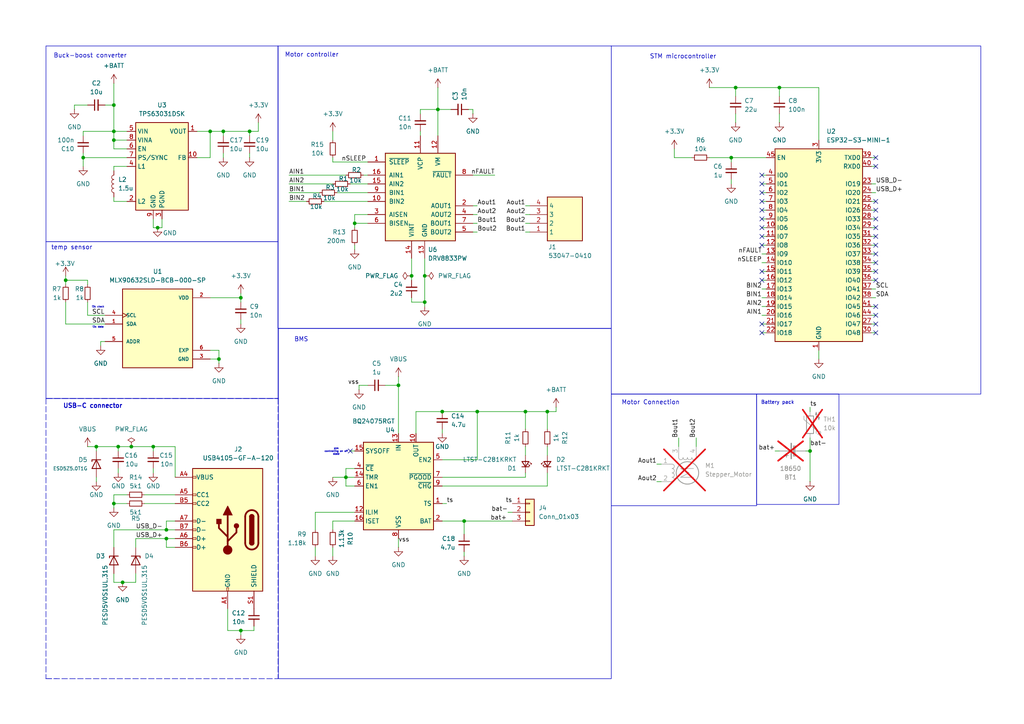
<source format=kicad_sch>
(kicad_sch (version 20231120) (generator "eeschema") (generator_version "8.0")
  (paper "A4")
  (junction (at 69.85 182.88))
  (junction (at 115.57 111.76))
  (junction (at 45.72 66.04))
  (junction (at 60.96 38.1))
  (junction (at 33.02 40.64))
  (junction (at 35.56 168.91))
  (junction (at 123.19 87.63))
  (junction (at 138.43 119.38))
  (junction (at 213.36 25.4))
  (junction (at 33.02 38.1))
  (junction (at 48.26 156.21))
  (junction (at 38.1 129.54))
  (junction (at 44.45 129.54))
  (junction (at 102.87 64.77))
  (junction (at 63.5 104.14))
  (junction (at 234.95 130.81))
  (junction (at 123.19 80.01))
  (junction (at 158.75 119.38))
  (junction (at 226.06 25.4))
  (junction (at 128.27 119.38))
  (junction (at 212.09 45.72))
  (junction (at 69.85 86.36))
  (junction (at 24.13 45.72))
  (junction (at 27.94 129.54))
  (junction (at 48.26 153.67))
  (junction (at 64.77 38.1))
  (junction (at 152.4 119.38))
  (junction (at 19.05 81.28))
  (junction (at 72.39 38.1))
  (junction (at 100.33 138.43))
  (junction (at 33.02 30.48))
  (junction (at 33.02 146.05))
  (junction (at 34.29 129.54))
  (junction (at 127 31.75))
  (junction (at 119.38 80.01))
  (junction (at 134.62 151.13))
  (no_connect (at 254 96.52))
  (no_connect (at 254 48.26))
  (no_connect (at 254 93.98))
  (no_connect (at 220.98 63.5))
  (no_connect (at 220.98 78.74))
  (no_connect (at 220.98 66.04))
  (no_connect (at 220.98 60.96))
  (no_connect (at 220.98 55.88))
  (no_connect (at 220.98 53.34))
  (no_connect (at 254 81.28))
  (no_connect (at 220.98 81.28))
  (no_connect (at 220.98 96.52))
  (no_connect (at 254 91.44))
  (no_connect (at 254 45.72))
  (no_connect (at 254 58.42))
  (no_connect (at 254 73.66))
  (no_connect (at 220.98 71.12))
  (no_connect (at 254 68.58))
  (no_connect (at 254 60.96))
  (no_connect (at 254 63.5))
  (no_connect (at 254 88.9))
  (no_connect (at 220.98 50.8))
  (no_connect (at 254 66.04))
  (no_connect (at 220.98 93.98))
  (no_connect (at 220.98 58.42))
  (no_connect (at 254 78.74))
  (no_connect (at 254 76.2))
  (no_connect (at 220.98 68.58))
  (no_connect (at 254 71.12))
  (no_connect (at 101.6 130.81))
  (wire (pts (xy 119.38 80.01) (xy 119.38 81.28)))
  (wire (pts (xy 64.77 44.45) (xy 64.77 45.72)))
  (wire (pts (xy 121.92 38.1) (xy 121.92 39.37)))
  (wire (pts (xy 128.27 119.38) (xy 138.43 119.38)))
  (wire (pts (xy 50.8 158.75) (xy 48.26 158.75)))
  (wire (pts (xy 83.82 58.42) (xy 88.9 58.42)))
  (wire (pts (xy 252.73 48.26) (xy 254 48.26)))
  (wire (pts (xy 152.4 59.69) (xy 153.67 59.69)))
  (wire (pts (xy 134.62 154.94) (xy 134.62 151.13)))
  (wire (pts (xy 220.98 83.82) (xy 222.25 83.82)))
  (wire (pts (xy 119.38 87.63) (xy 123.19 87.63)))
  (wire (pts (xy 46.99 63.5) (xy 46.99 66.04)))
  (wire (pts (xy 128.27 146.05) (xy 129.54 146.05)))
  (wire (pts (xy 152.4 119.38) (xy 158.75 119.38)))
  (wire (pts (xy 48.26 156.21) (xy 39.37 156.21)))
  (wire (pts (xy 33.02 58.42) (xy 36.83 58.42)))
  (wire (pts (xy 104.14 111.76) (xy 104.14 113.03)))
  (wire (pts (xy 72.39 38.1) (xy 72.39 39.37)))
  (wire (pts (xy 96.52 46.99) (xy 96.52 45.72)))
  (wire (pts (xy 60.96 38.1) (xy 64.77 38.1)))
  (wire (pts (xy 33.02 40.64) (xy 36.83 40.64)))
  (wire (pts (xy 24.13 45.72) (xy 24.13 48.26)))
  (wire (pts (xy 254 68.58) (xy 252.73 68.58)))
  (wire (pts (xy 24.13 44.45) (xy 24.13 45.72)))
  (wire (pts (xy 119.38 86.36) (xy 119.38 87.63)))
  (wire (pts (xy 252.73 91.44) (xy 254 91.44)))
  (wire (pts (xy 220.98 58.42) (xy 222.25 58.42)))
  (polyline (pts (xy 13.335 196.85) (xy 16.51 196.85)) (stroke (width 0) (type dash)))
  (wire (pts (xy 128.27 124.46) (xy 128.27 125.73)))
  (wire (pts (xy 220.98 50.8) (xy 222.25 50.8)))
  (wire (pts (xy 44.45 129.54) (xy 50.8 129.54)))
  (wire (pts (xy 60.96 86.36) (xy 69.85 86.36)))
  (wire (pts (xy 115.57 111.76) (xy 115.57 125.73)))
  (wire (pts (xy 33.02 57.15) (xy 33.02 58.42)))
  (wire (pts (xy 69.85 86.36) (xy 69.85 87.63)))
  (wire (pts (xy 190.5 139.7) (xy 191.77 139.7)))
  (wire (pts (xy 44.45 66.04) (xy 45.72 66.04)))
  (wire (pts (xy 100.33 140.97) (xy 102.87 140.97)))
  (polyline (pts (xy 80.645 115.57) (xy 80.645 196.85)) (stroke (width 0) (type dash)))
  (wire (pts (xy 254 83.82) (xy 252.73 83.82)))
  (wire (pts (xy 254 73.66) (xy 252.73 73.66)))
  (wire (pts (xy 213.36 25.4) (xy 226.06 25.4)))
  (wire (pts (xy 63.5 101.6) (xy 63.5 104.14)))
  (wire (pts (xy 50.8 143.51) (xy 41.91 143.51)))
  (wire (pts (xy 190.5 134.62) (xy 191.77 134.62)))
  (wire (pts (xy 220.98 81.28) (xy 222.25 81.28)))
  (wire (pts (xy 205.74 45.72) (xy 212.09 45.72)))
  (wire (pts (xy 73.66 182.88) (xy 69.85 182.88)))
  (wire (pts (xy 60.96 104.14) (xy 63.5 104.14)))
  (wire (pts (xy 38.1 129.54) (xy 44.45 129.54)))
  (wire (pts (xy 69.85 184.15) (xy 69.85 182.88)))
  (wire (pts (xy 34.29 129.54) (xy 34.29 130.81)))
  (wire (pts (xy 96.52 151.13) (xy 102.87 151.13)))
  (wire (pts (xy 41.91 146.05) (xy 50.8 146.05)))
  (wire (pts (xy 25.4 87.63) (xy 25.4 91.44)))
  (wire (pts (xy 213.36 25.4) (xy 213.36 27.94)))
  (wire (pts (xy 29.21 99.06) (xy 30.48 99.06)))
  (wire (pts (xy 27.94 138.43) (xy 27.94 139.7)))
  (wire (pts (xy 254 81.28) (xy 252.73 81.28)))
  (wire (pts (xy 33.02 168.91) (xy 33.02 166.37)))
  (wire (pts (xy 137.16 62.23) (xy 138.43 62.23)))
  (wire (pts (xy 60.96 101.6) (xy 63.5 101.6)))
  (wire (pts (xy 24.13 38.1) (xy 24.13 39.37)))
  (wire (pts (xy 213.36 33.02) (xy 213.36 35.56)))
  (wire (pts (xy 36.83 146.05) (xy 33.02 146.05)))
  (wire (pts (xy 152.4 62.23) (xy 153.67 62.23)))
  (wire (pts (xy 44.45 63.5) (xy 44.45 66.04)))
  (wire (pts (xy 220.98 66.04) (xy 222.25 66.04)))
  (polyline (pts (xy 13.335 115.57) (xy 13.335 196.85)) (stroke (width 0) (type dash)))
  (wire (pts (xy 48.26 156.21) (xy 50.8 156.21)))
  (wire (pts (xy 137.16 50.8) (xy 143.51 50.8)))
  (wire (pts (xy 158.75 140.97) (xy 158.75 137.16)))
  (wire (pts (xy 96.52 38.1) (xy 96.52 40.64)))
  (wire (pts (xy 212.09 45.72) (xy 222.25 45.72)))
  (wire (pts (xy 121.92 31.75) (xy 121.92 33.02)))
  (wire (pts (xy 34.29 135.89) (xy 34.29 137.16)))
  (polyline (pts (xy 13.335 196.85) (xy 80.645 196.85)) (stroke (width 0) (type dash)))
  (wire (pts (xy 73.66 181.61) (xy 73.66 182.88)))
  (polyline (pts (xy 13.462 115.57) (xy 80.772 115.57)) (stroke (width 0) (type dash)))
  (wire (pts (xy 254 96.52) (xy 252.73 96.52)))
  (wire (pts (xy 220.98 60.96) (xy 222.25 60.96)))
  (wire (pts (xy 147.32 148.59) (xy 148.59 148.59)))
  (wire (pts (xy 101.6 53.34) (xy 106.68 53.34)))
  (wire (pts (xy 123.19 74.93) (xy 123.19 80.01)))
  (wire (pts (xy 252.73 45.72) (xy 254 45.72)))
  (wire (pts (xy 123.19 80.01) (xy 123.19 87.63)))
  (wire (pts (xy 66.04 176.53) (xy 66.04 182.88)))
  (wire (pts (xy 33.02 153.67) (xy 33.02 158.75)))
  (wire (pts (xy 93.98 58.42) (xy 106.68 58.42)))
  (wire (pts (xy 123.19 88.9) (xy 123.19 87.63)))
  (wire (pts (xy 72.39 38.1) (xy 74.93 38.1)))
  (wire (pts (xy 21.59 30.48) (xy 21.59 31.75)))
  (wire (pts (xy 91.44 158.75) (xy 91.44 161.29)))
  (wire (pts (xy 254 66.04) (xy 252.73 66.04)))
  (wire (pts (xy 254 76.2) (xy 252.73 76.2)))
  (wire (pts (xy 212.09 52.07) (xy 212.09 53.34)))
  (wire (pts (xy 137.16 31.75) (xy 137.16 33.02)))
  (wire (pts (xy 102.87 135.89) (xy 100.33 135.89)))
  (wire (pts (xy 152.4 64.77) (xy 153.67 64.77)))
  (wire (pts (xy 134.62 151.13) (xy 148.59 151.13)))
  (wire (pts (xy 158.75 119.38) (xy 158.75 124.46)))
  (wire (pts (xy 111.76 111.76) (xy 115.57 111.76)))
  (wire (pts (xy 137.16 31.75) (xy 135.89 31.75)))
  (wire (pts (xy 83.82 55.88) (xy 92.71 55.88)))
  (wire (pts (xy 152.4 67.31) (xy 153.67 67.31)))
  (wire (pts (xy 161.29 118.11) (xy 161.29 119.38)))
  (wire (pts (xy 100.33 135.89) (xy 100.33 138.43)))
  (wire (pts (xy 233.68 130.81) (xy 234.95 130.81)))
  (wire (pts (xy 152.4 138.43) (xy 152.4 137.16)))
  (wire (pts (xy 48.26 158.75) (xy 48.26 156.21)))
  (wire (pts (xy 254 78.74) (xy 252.73 78.74)))
  (wire (pts (xy 102.87 64.77) (xy 102.87 66.04)))
  (wire (pts (xy 128.27 138.43) (xy 152.4 138.43)))
  (wire (pts (xy 220.98 73.66) (xy 222.25 73.66)))
  (wire (pts (xy 106.68 62.23) (xy 102.87 62.23)))
  (wire (pts (xy 254 63.5) (xy 252.73 63.5)))
  (wire (pts (xy 64.77 38.1) (xy 64.77 39.37)))
  (wire (pts (xy 21.59 30.48) (xy 25.4 30.48)))
  (wire (pts (xy 226.06 25.4) (xy 237.49 25.4)))
  (wire (pts (xy 57.15 45.72) (xy 60.96 45.72)))
  (wire (pts (xy 48.26 153.67) (xy 48.26 151.13)))
  (wire (pts (xy 127 31.75) (xy 127 25.4)))
  (wire (pts (xy 120.65 125.73) (xy 120.65 119.38)))
  (wire (pts (xy 34.29 129.54) (xy 38.1 129.54)))
  (wire (pts (xy 33.02 143.51) (xy 33.02 146.05)))
  (wire (pts (xy 19.05 87.63) (xy 19.05 93.98)))
  (wire (pts (xy 39.37 156.21) (xy 39.37 158.75)))
  (wire (pts (xy 100.33 138.43) (xy 100.33 140.97)))
  (wire (pts (xy 25.4 82.55) (xy 25.4 81.28)))
  (wire (pts (xy 226.06 130.81) (xy 224.79 130.81)))
  (wire (pts (xy 36.83 48.26) (xy 33.02 48.26)))
  (wire (pts (xy 220.98 63.5) (xy 222.25 63.5)))
  (wire (pts (xy 50.8 153.67) (xy 48.26 153.67)))
  (wire (pts (xy 220.98 71.12) (xy 222.25 71.12)))
  (wire (pts (xy 137.16 64.77) (xy 138.43 64.77)))
  (wire (pts (xy 205.74 25.4) (xy 213.36 25.4)))
  (wire (pts (xy 115.57 109.22) (xy 115.57 111.76)))
  (wire (pts (xy 234.95 130.81) (xy 234.95 139.7)))
  (wire (pts (xy 220.98 53.34) (xy 222.25 53.34)))
  (wire (pts (xy 152.4 132.08) (xy 152.4 129.54)))
  (wire (pts (xy 115.57 156.21) (xy 115.57 158.75)))
  (wire (pts (xy 24.13 45.72) (xy 36.83 45.72)))
  (wire (pts (xy 30.48 30.48) (xy 33.02 30.48)))
  (wire (pts (xy 19.05 93.98) (xy 30.48 93.98)))
  (wire (pts (xy 63.5 104.14) (xy 63.5 105.41)))
  (wire (pts (xy 19.05 81.28) (xy 19.05 82.55)))
  (wire (pts (xy 102.87 62.23) (xy 102.87 64.77)))
  (wire (pts (xy 83.82 50.8) (xy 100.33 50.8)))
  (wire (pts (xy 127 31.75) (xy 121.92 31.75)))
  (wire (pts (xy 254 93.98) (xy 252.73 93.98)))
  (wire (pts (xy 137.16 59.69) (xy 138.43 59.69)))
  (wire (pts (xy 102.87 71.12) (xy 102.87 72.39)))
  (wire (pts (xy 128.27 140.97) (xy 158.75 140.97)))
  (wire (pts (xy 220.98 76.2) (xy 222.25 76.2)))
  (wire (pts (xy 128.27 133.35) (xy 138.43 133.35)))
  (wire (pts (xy 83.82 53.34) (xy 96.52 53.34)))
  (wire (pts (xy 137.16 67.31) (xy 138.43 67.31)))
  (wire (pts (xy 27.94 129.54) (xy 34.29 129.54)))
  (wire (pts (xy 69.85 85.09) (xy 69.85 86.36)))
  (wire (pts (xy 196.85 127) (xy 196.85 129.54)))
  (wire (pts (xy 48.26 151.13) (xy 50.8 151.13)))
  (wire (pts (xy 195.58 45.72) (xy 195.58 43.18)))
  (wire (pts (xy 200.66 45.72) (xy 195.58 45.72)))
  (wire (pts (xy 60.96 45.72) (xy 60.96 38.1)))
  (wire (pts (xy 19.05 80.01) (xy 19.05 81.28)))
  (wire (pts (xy 33.02 48.26) (xy 33.02 49.53)))
  (wire (pts (xy 100.33 138.43) (xy 102.87 138.43)))
  (wire (pts (xy 127 39.37) (xy 127 31.75)))
  (wire (pts (xy 220.98 55.88) (xy 222.25 55.88)))
  (wire (pts (xy 39.37 168.91) (xy 39.37 166.37)))
  (wire (pts (xy 66.04 182.88) (xy 69.85 182.88)))
  (wire (pts (xy 25.4 129.54) (xy 27.94 129.54)))
  (wire (pts (xy 134.62 151.13) (xy 128.27 151.13)))
  (wire (pts (xy 36.83 143.51) (xy 33.02 143.51)))
  (wire (pts (xy 226.06 33.02) (xy 226.06 35.56)))
  (wire (pts (xy 105.41 50.8) (xy 106.68 50.8)))
  (wire (pts (xy 36.83 38.1) (xy 33.02 38.1)))
  (wire (pts (xy 152.4 119.38) (xy 152.4 124.46)))
  (wire (pts (xy 254 88.9) (xy 252.73 88.9)))
  (wire (pts (xy 64.77 38.1) (xy 72.39 38.1)))
  (wire (pts (xy 106.68 111.76) (xy 104.14 111.76)))
  (wire (pts (xy 96.52 158.75) (xy 96.52 161.29)))
  (wire (pts (xy 24.13 38.1) (xy 33.02 38.1)))
  (wire (pts (xy 158.75 119.38) (xy 161.29 119.38)))
  (wire (pts (xy 252.73 53.34) (xy 254 53.34)))
  (wire (pts (xy 44.45 130.81) (xy 44.45 129.54)))
  (wire (pts (xy 29.21 100.33) (xy 29.21 99.06)))
  (wire (pts (xy 33.02 24.13) (xy 33.02 30.48)))
  (wire (pts (xy 220.98 96.52) (xy 222.25 96.52)))
  (wire (pts (xy 100.33 138.43) (xy 96.52 138.43)))
  (wire (pts (xy 96.52 46.99) (xy 106.68 46.99)))
  (wire (pts (xy 252.73 58.42) (xy 254 58.42)))
  (wire (pts (xy 234.95 130.81) (xy 234.95 127)))
  (wire (pts (xy 158.75 132.08) (xy 158.75 129.54)))
  (wire (pts (xy 102.87 64.77) (xy 106.68 64.77)))
  (wire (pts (xy 46.99 66.04) (xy 45.72 66.04)))
  (wire (pts (xy 138.43 119.38) (xy 152.4 119.38)))
  (wire (pts (xy 25.4 91.44) (xy 30.48 91.44)))
  (wire (pts (xy 96.52 151.13) (xy 96.52 153.67)))
  (wire (pts (xy 237.49 101.6) (xy 237.49 104.14)))
  (wire (pts (xy 220.98 93.98) (xy 222.25 93.98)))
  (wire (pts (xy 33.02 38.1) (xy 33.02 40.64)))
  (wire (pts (xy 127 31.75) (xy 130.81 31.75)))
  (wire (pts (xy 74.93 38.1) (xy 74.93 35.56)))
  (wire (pts (xy 220.98 86.36) (xy 222.25 86.36)))
  (wire (pts (xy 33.02 147.32) (xy 33.02 146.05)))
  (wire (pts (xy 27.94 129.54) (xy 27.94 130.81)))
  (wire (pts (xy 254 86.36) (xy 252.73 86.36)))
  (wire (pts (xy 237.49 25.4) (xy 237.49 40.64)))
  (wire (pts (xy 33.02 43.18) (xy 36.83 43.18)))
  (wire (pts (xy 44.45 137.16) (xy 44.45 135.89)))
  (wire (pts (xy 220.98 91.44) (xy 222.25 91.44)))
  (wire (pts (xy 19.05 81.28) (xy 25.4 81.28)))
  (wire (pts (xy 220.98 88.9) (xy 222.25 88.9)))
  (wire (pts (xy 120.65 119.38) (xy 128.27 119.38)))
  (wire (pts (xy 91.44 148.59) (xy 91.44 153.67)))
  (wire (pts (xy 50.8 129.54) (xy 50.8 138.43)))
  (wire (pts (xy 72.39 44.45) (xy 72.39 45.72)))
  (wire (pts (xy 138.43 119.38) (xy 138.43 133.35)))
  (wire (pts (xy 69.85 92.71) (xy 69.85 93.98)))
  (wire (pts (xy 234.95 118.11) (xy 234.95 119.38)))
  (wire (pts (xy 254 71.12) (xy 252.73 71.12)))
  (wire (pts (xy 201.93 127) (xy 201.93 129.54)))
  (wire (pts (xy 212.09 46.99) (xy 212.09 45.72)))
  (wire (pts (xy 220.98 78.74) (xy 222.25 78.74)))
  (wire (pts (xy 252.73 55.88) (xy 254 55.88)))
  (wire (pts (xy 134.62 160.02) (xy 134.62 161.29)))
  (wire (pts (xy 33.02 153.67) (xy 48.26 153.67)))
  (wire (pts (xy 97.79 55.88) (xy 106.68 55.88)))
  (wire (pts (xy 33.02 30.48) (xy 33.02 38.1)))
  (wire (pts (xy 102.87 148.59) (xy 91.44 148.59)))
  (wire (pts (xy 119.38 74.93) (xy 119.38 80.01)))
  (wire (pts (xy 35.56 168.91) (xy 33.02 168.91)))
  (wire (pts (xy 33.02 40.64) (xy 33.02 43.18)))
  (wire (pts (xy 101.6 130.81) (xy 102.87 130.81)))
  (wire (pts (xy 254 60.96) (xy 252.73 60.96)))
  (wire (pts (xy 220.98 68.58) (xy 222.25 68.58)))
  (wire (pts (xy 57.15 38.1) (xy 60.96 38.1)))
  (wire (pts (xy 35.56 168.91) (xy 39.37 168.91)))
  (wire (pts (xy 226.06 25.4) (xy 226.06 27.94)))
  (rectangle (start 177.292 114.3) (end 219.456 146.685))
  (rectangle (start 13.335 13.335) (end 80.645 70.104))
  (rectangle (start 177.292 13.335) (end 284.48 114.3))
  (rectangle (start 13.335 70.104) (end 80.645 115.57))
  (rectangle (start 80.772 95.25) (end 177.292 196.85))
  (rectangle (start 80.645 13.335) (end 177.292 95.25))
  (rectangle (start 219.456 114.3) (end 243.332 146.304))
  (text "temp sensor" (at 20.828 71.882 0) (effects (font (size 1.27 1.27))))
  (text "BMS" (at 87.376 98.552 0) (effects (font (size 1.27 1.27))))
  (text "STM microcontroller" (at 198.12 16.51 0) (effects (font (size 1.27 1.27))))
  (text "i2c data" (at 28.448 94.996 0) (effects (font (size 0.5 0.5))))
  (text "Motor Connection" (at 188.722 116.84 0) (effects (font (size 1.27 1.27))))
  (text "USB-C connector" (at 26.924 117.856 0) (effects (font (size 1.27 1.27) (bold yes))))
  (text "stm\ncontrolling on off\nstate\n" (at 97.536 131.064 0) (effects (font (size 0.5 0.5))))
  (text "Motor controller" (at 90.424 16.002 0) (effects (font (size 1.27 1.27))))
  (text "Battery pack" (at 225.552 116.84 0) (effects (font (size 1 1))))
  (text "i2c clock" (at 28.448 89.154 0) (effects (font (size 0.5 0.5))))
  (text "Buck-boost converter" (at 26.162 16.256 0) (effects (font (size 1.27 1.27))))
  (label "USB_D+" (at 39.37 156.21 0))
  (label "Bout2" (at 138.43 67.31 0))
  (label "AIN1" (at 83.82 50.8 0))
  (label "USB_D+" (at 254 55.88 0))
  (label "AIN1" (at 220.98 91.44 180))
  (label "SDA" (at 26.67 93.98 0))
  (label "AIN2" (at 220.98 88.9 180))
  (label "bat-" (at 147.32 148.59 180))
  (label "Aout1" (at 138.43 59.69 0))
  (label "Aout1" (at 190.5 134.62 180))
  (label "BIN2" (at 220.98 83.82 180))
  (label "Bout2" (at 201.93 127 90))
  (label "bat-" (at 234.95 129.54 0))
  (label "nFAULT" (at 220.98 73.66 180))
  (label "bat+" (at 142.24 151.13 0))
  (label "ts" (at 148.59 146.05 180))
  (label "BIN2" (at 83.82 58.42 0))
  (label "Aout2" (at 152.4 62.23 180))
  (label "nSLEEP" (at 220.98 76.2 180))
  (label "Aout2" (at 138.43 62.23 0))
  (label "SCL" (at 26.67 91.44 0))
  (label "ts" (at 129.54 146.05 0))
  (label "Aout2" (at 190.5 139.7 180))
  (label "Bout1" (at 138.43 64.77 0))
  (label "vss" (at 104.14 111.76 180))
  (label "SCL" (at 254 83.82 0))
  (label "nSLEEP" (at 99.06 46.99 0))
  (label "ts" (at 234.95 118.11 0))
  (label "Aout1" (at 152.4 59.69 180))
  (label "SDA" (at 254 86.36 0))
  (label "Bout1" (at 152.4 67.31 180))
  (label "USB_D-" (at 254 53.34 0))
  (label "USB_D-" (at 39.37 153.67 0))
  (label "BIN1" (at 220.98 86.36 180))
  (label "Bout2" (at 152.4 64.77 180))
  (label "AIN2" (at 83.82 53.34 0))
  (label "bat+" (at 224.79 130.81 180))
  (label "vss" (at 115.57 157.48 0))
  (label "nFAULT" (at 143.51 50.8 180))
  (label "BIN1" (at 83.82 55.88 0))
  (label "Bout1" (at 196.85 127 90))
  (symbol (lib_id "Device:C_Small") (at 64.77 41.91 180) (unit 1)
    (property "Reference" "C17" (at 66.548 40.64 0) (effects (justify right)))
    (property "Value" "10u" (at 66.548 43.18 0) (effects (justify right)))
    (property "Footprint" "Capacitor_SMD:C_0402_1005Metric" (effects (hide yes)))
    (property "Description" "GRM155R60J106ME05D" (effects (hide yes)))
  )
  (symbol (lib_id "power:VBUS") (at 25.4 129.54 0) (unit 1)
    (property "Reference" "#PWR023" (effects (hide yes)))
    (property "Value" "VBUS" (at 25.4 124.46 0))
    (property "Description" "Power symbol creates a global label with name \"VBUS\"" (effects (hide yes)))
  )
  (symbol (lib_id "power:VBUS") (at 115.57 109.22 0) (unit 1)
    (property "Reference" "#PWR029" (effects (hide yes)))
    (property "Value" "VBUS" (at 115.57 104.14 0))
    (property "Description" "Power symbol creates a global label with name \"VBUS\"" (effects (hide yes)))
  )
  (symbol (lib_id "power:+3.3V") (at 205.74 25.4 0) (unit 1)
    (property "Reference" "#PWR013" (effects (hide yes)))
    (property "Value" "+3.3V" (at 205.74 20.32 0))
    (property "Description" "Power symbol creates a global label with name \"+3.3V\"" (effects (hide yes)))
  )
  (symbol (lib_id "power:GND") (at 21.59 31.75 0) (unit 1)
    (property "Reference" "#PWR08" (effects (hide yes)))
    (property "Value" "GND" (at 21.59 36.83 0))
    (property "Description" "Power symbol creates a global label with name \"GND\" , ground" (effects (hide yes)))
  )
  (symbol (lib_id "power:GND") (at 226.06 35.56 0) (unit 1)
    (property "Reference" "#PWR014" (effects (hide yes)))
    (property "Value" "GND" (at 226.06 40.64 0))
  )
  (symbol (lib_id "power:GND") (at 96.52 161.29 0) (unit 1)
    (property "Reference" "#PWR027" (effects (hide yes)))
    (property "Value" "GND" (at 96.52 166.37 0))
    (property "Description" "Power symbol creates a global label with name \"GND\" , ground" (effects (hide yes)))
  )
  (symbol (lib_id "Device:R_Small") (at 95.25 55.88 90) (unit 1)
    (property "Reference" "R3" (at 95.758 54.356 90))
    (property "Value" "10k" (at 95.504 57.404 90))
    (property "Footprint" "Resistor_SMD:R_0402_1005Metric" (effects (hide yes)))
    (property "Description" "Resistor, small symbol" (effects (hide yes)))
  )
  (symbol (lib_id "Device:R_Small") (at 39.37 146.05 270) (unit 1)
    (property "Reference" "R5" (at 39.37 150.368 90))
    (property "Value" "5k1" (at 39.37 148.59 90))
    (property "Footprint" "Resistor_SMD:R_0402_1005Metric" (effects (hide yes)))
    (property "Description" "Resistor, small symbol" (effects (hide yes)))
  )
  (symbol (lib_id "power:GND") (at 72.39 45.72 0) (unit 1)
    (property "Reference" "#PWR040" (effects (hide yes)))
    (property "Value" "GND" (at 72.39 50.8 0))
    (property "Description" "Power symbol creates a global label with name \"GND\" , ground" (effects (hide yes)))
  )
  (symbol (lib_id "power:GND") (at 123.19 88.9 0) (unit 1)
    (property "Reference" "#PWR07" (effects (hide yes)))
    (property "Value" "GND" (at 123.19 93.98 0))
    (property "Description" "Power symbol creates a global label with name \"GND\" , ground" (effects (hide yes)))
  )
  (symbol (lib_id "Device:R_Small") (at 158.75 127 0) (unit 1)
    (property "Reference" "R12" (at 163.83 127 90))
    (property "Value" "1k" (at 161.29 127 90))
    (property "Footprint" "Resistor_SMD:R_0402_1005Metric" (effects (hide yes)))
    (property "Description" "Resistor, small symbol" (effects (hide yes)))
  )
  (symbol (lib_id "power:GND") (at 128.27 125.73 0) (unit 1)
    (property "Reference" "#PWR035" (effects (hide yes)))
    (property "Value" "GND" (at 128.27 129.54 0))
    (property "Description" "Power symbol creates a global label with name \"GND\" , ground" (effects (hide yes)))
  )
  (symbol (lib_id "Device:C_Small") (at 119.38 83.82 0) (mirror x) (unit 1)
    (property "Reference" "C4" (at 116.84 82.5435 0) (effects (justify right)))
    (property "Value" "2u2" (at 116.84 85.0835 0) (effects (justify right)))
    (property "Footprint" "Capacitor_SMD:C_0603_1608Metric" (effects (hide yes)))
    (property "Description" "Unpolarized capacitor, small symbol" (effects (hide yes)))
    (property "m" "https://www.mouser.pl/ProductDetail/KYOCERA-AVX/06036D225KAT2A?qs=QGOJv7%2F0yhQvTu8CLzjamA%3D%3D" (effects (hide yes)))
    (property "model" "06036D225KAT2A" (effects (hide yes)))
  )
  (symbol (lib_id "Device:R_Small") (at 91.44 156.21 0) (mirror y) (unit 1)
    (property "Reference" "R9" (at 88.9 154.9399 0) (effects (justify left)))
    (property "Value" "1.18k" (at 88.9 157.4799 0) (effects (justify left)))
    (property "Footprint" "Resistor_SMD:R_0402_1005Metric" (effects (hide yes)))
    (property "Description" "Resistor, small symbol" (effects (hide yes)))
  )
  (symbol (lib_id "Device:R_Small") (at 96.52 43.18 0) (unit 1)
    (property "Reference" "R15" (at 93.98 41.9099 0) (effects (justify right)))
    (property "Value" "10k" (at 93.98 44.4499 0) (effects (justify right)))
    (property "Footprint" "Resistor_SMD:R_0402_1005Metric" (effects (hide yes)))
    (property "Description" "Resistor, small symbol" (effects (hide yes)))
  )
  (symbol (lib_id "Device:R_Small") (at 102.87 50.8 90) (unit 1)
    (property "Reference" "R2" (at 103.378 49.276 90))
    (property "Value" "10k" (at 103.124 52.324 90))
    (property "Footprint" "Resistor_SMD:R_0402_1005Metric" (effects (hide yes)))
    (property "Description" "Resistor, small symbol" (effects (hide yes)))
  )
  (symbol (lib_id "Diode:ESD5Zxx") (at 27.94 134.62 90) (mirror x) (unit 1)
    (property "Reference" "D5" (at 25.4 133.3499 90) (effects (justify left)))
    (property "Value" "ESD5Z5.0T1G" (at 25.4 135.8899 90) (effects (font (size 1 1)) (justify left)))
    (property "Footprint" "Diode_SMD:D_SOD-523" (effects (hide yes)))
    (property "Datasheet" "https://www.onsemi.com/PowerSolutions/product.do?id=ESD5Z5.0T1G" (effects (hide yes)))
    (property "Description" "ESD Protection Diode, SOD-523" (effects (hide yes)))
  )
  (symbol (lib_id "power:GND") (at 237.49 104.14 0) (unit 1)
    (property "Reference" "#PWR04" (effects (hide yes)))
    (property "Value" "GND" (at 237.49 109.22 0))
    (property "Description" "Power symbol creates a global label with name \"GND\" , ground" (effects (hide yes)))
  )
  (symbol (lib_id "Device:C_Small") (at 34.29 133.35 0) (unit 1)
    (property "Reference" "C16" (at 36.068 132.08 0) (effects (justify left)))
    (property "Value" "10u" (at 36.322 134.62 0) (effects (justify left)))
    (property "Footprint" "Capacitor_SMD:C_0603_1608Metric" (effects (hide yes)))
    (property "Description" "Unpolarized capacitor, small symbol" (effects (hide yes)))
  )
  (symbol (lib_id "power:GND") (at 63.5 105.41 0) (unit 1)
    (property "Reference" "#PWR016" (effects (hide yes)))
    (property "Value" "GND" (at 63.5 110.49 0))
    (property "Description" "Power symbol creates a global label with name \"GND\" , ground" (effects (hide yes)))
  )
  (symbol (lib_id "power:+BATT") (at 127 25.4 0) (unit 1)
    (property "Reference" "#PWR010" (effects (hide yes)))
    (property "Value" "+BATT" (at 127 20.32 0))
    (property "Description" "Power symbol creates a global label with name \"+BATT\"" (effects (hide yes)))
  )
  (symbol (lib_id "power:+BATT") (at 33.02 24.13 0) (unit 1)
    (property "Reference" "#PWR09" (effects (hide yes)))
    (property "Value" "+BATT" (at 33.02 19.05 0))
    (property "Description" "Power symbol creates a global label with name \"+BATT\"" (effects (hide yes)))
  )
  (symbol (lib_id "power:+3.3V") (at 69.85 85.09 0) (unit 1)
    (property "Reference" "#PWR017" (effects (hide yes)))
    (property "Value" "+3.3V" (at 69.85 80.01 0))
    (property "Description" "Power symbol creates a global label with name \"+3.3V\"" (effects (hide yes)))
  )
  (symbol (lib_id "Battery_Management:BQ24075RGT") (at 115.57 140.97 0) (unit 1)
    (property "Reference" "U4" (at 114.554 124.714 0) (effects (justify right)))
    (property "Value" "BQ24075RGT" (at 114.554 122.174 0) (effects (justify right)))
    (property "Footprint" "Package_DFN_QFN:VQFN-16-1EP_3x3mm_P0.5mm_EP1.6x1.6mm" (effects (hide yes)))
    (property "Datasheet" "http://www.ti.com/lit/ds/symlink/bq24075.pdf" (effects (hide yes)))
    (property "Description" "USB-Friendly Li-Ion Battery Charger and Power-Path Management, VQFN-16" (effects (hide yes)))
  )
  (symbol (lib_id "power:GND") (at 102.87 72.39 0) (unit 1)
    (property "Reference" "#PWR05" (effects (hide yes)))
    (property "Value" "GND" (at 102.87 77.47 0))
    (property "Description" "Power symbol creates a global label with name \"GND\" , ground" (effects (hide yes)))
  )
  (symbol (lib_id "power:GND") (at 234.95 139.7 0) (unit 1)
    (property "Reference" "#PWR037" (effects (hide yes)))
    (property "Value" "GND" (at 234.95 144.78 0))
    (property "Description" "Power symbol creates a global label with name \"GND\" , ground" (effects (hide yes)))
  )
  (symbol (lib_name "GND_3") (lib_id "power:GND") (at 33.02 147.32 0) (unit 1)
    (property "Reference" "#PWR011" (effects (hide yes)))
    (property "Value" "GND" (at 33.02 152.4 0))
    (property "Description" "Power symbol creates a global label with name \"GND\" , ground" (effects (hide yes)))
  )
  (symbol (lib_id "Device:R_Small") (at 96.52 156.21 0) (mirror x) (unit 1)
    (property "Reference" "R10" (at 101.6 156.21 90))
    (property "Value" "1.13k" (at 99.06 156.21 90))
    (property "Footprint" "Resistor_SMD:R_0402_1005Metric" (effects (hide yes)))
    (property "Description" "Resistor, small symbol" (effects (hide yes)))
  )
  (symbol (lib_id "Device:Thermistor_NTC") (at 234.95 123.19 180) (unit 1) (on_board no) (dnp yes)
    (property "Reference" "TH1" (at 238.76 121.6024 0) (effects (justify right)))
    (property "Value" "10k" (at 238.76 124.1424 0) (effects (justify right)))
    (property "Description" "Temperature dependent resistor, negative temperature coefficient" (effects (hide yes)))
  )
  (symbol (lib_id "MLX90632SLD-BCB-000-SP:MLX90632SLD-BCB-000-SP") (at 45.72 93.98 0) (unit 1)
    (property "Reference" "U1" (at 45.72 78.74 0))
    (property "Value" "MLX90632SLD-BCB-000-SP" (at 45.72 81.28 0))
    (property "Footprint" "MLX90632:IC_MLX90632SLD-BCB-000-SP" (effects (hide yes)))
    (property "Datasheet" "https://media.melexis.com/-/media/files/documents/datasheets/MLX90632-datasheet-melexis.pdf" (effects (hide yes)))
    (property "MF" "Melexis" (effects (hide yes)))
    (property "MAXIMUM_PACKAGE_HEIGHT" "1.0mm" (effects (hide yes)))
    (property "Package" "SFN-6 Melexis" (effects (hide yes)))
    (property "Price" "None" (effects (hide yes)))
    (property "Check_prices" "https://www.snapeda.com/parts/MLX90632SLDBCB000SP/Melexis/view-part/?ref=eda" (effects (hide yes)))
    (property "STANDARD" "Manufacturer Recommendations" (effects (hide yes)))
    (property "PARTREV" "12" (effects (hide yes)))
    (property "SnapEDA_Link" "https://www.snapeda.com/parts/MLX90632SLDBCB000SP/Melexis/view-part/?ref=snap" (effects (hide yes)))
    (property "MP" "MLX90632SLDBCB000SP" (effects (hide yes)))
    (property "Description_1" "\n                        \n                            MLX90632 Series 3 to 3.6 V 1 mA Surface Mount FIR Sensor - SFN-5 (3x3)\n                        \n" (effects (hide yes)))
    (property "Availability" "In Stock" (effects (hide yes)))
    (property "MANUFACTURER" "Melexis" (effects (hide yes)))
  )
  (symbol (lib_id "power:GND") (at 24.13 48.26 0) (unit 1)
    (property "Reference" "#PWR026" (effects (hide yes)))
    (property "Value" "GND" (at 24.13 53.34 0))
    (property "Description" "Power symbol creates a global label with name \"GND\" , ground" (effects (hide yes)))
  )
  (symbol (lib_id "Device:R_Small") (at 203.2 45.72 90) (unit 1)
    (property "Reference" "R6" (at 203.2 40.64 90))
    (property "Value" "10k" (at 203.2 43.18 90))
    (property "Footprint" "Resistor_SMD:R_0402_1005Metric" (effects (hide yes)))
    (property "Description" "Resistor, small symbol" (effects (hide yes)))
  )
  (symbol (lib_id "Device:C_Small") (at 212.09 49.53 0) (mirror y) (unit 1)
    (property "Reference" "C6" (at 209.55 48.2662 0) (effects (justify left)))
    (property "Value" "1u" (at 209.55 50.8062 0) (effects (justify left)))
    (property "Footprint" "Capacitor_SMD:C_0402_1005Metric" (effects (hide yes)))
    (property "Description" "Unpolarized capacitor, small symbol" (effects (hide yes)))
  )
  (symbol (lib_id "Device:C_Small") (at 73.66 179.07 0) (unit 1)
    (property "Reference" "C12" (at 71.12 177.8062 0) (effects (justify right)))
    (property "Value" "10n" (at 71.12 180.3462 0) (effects (justify right)))
    (property "Footprint" "Capacitor_SMD:C_0603_1608Metric" (effects (hide yes)))
    (property "Description" "Unpolarized capacitor, small symbol" (effects (hide yes)))
  )
  (symbol (lib_id "Diode:ESD5Zxx") (at 39.37 162.56 270) (unit 1)
    (property "Reference" "D4" (at 41.91 161.2899 90) (effects (justify left)))
    (property "Value" "PESD5V0S1UL,315" (at 41.91 163.8299 0) (effects (justify left)))
    (property "Footprint" "Diode_SMD:D_SOD-523" (effects (hide yes)))
    (property "Datasheet" "https://www.onsemi.com/pdf/datasheet/esd5z2.5t1-d.pdf" (effects (hide yes)))
    (property "Description" "ESD Protection Diode, SOD-523" (effects (hide yes)))
  )
  (symbol (lib_id "Device:LED_Small") (at 158.75 134.62 90) (unit 1)
    (property "Reference" "D2" (at 161.29 133.2864 90) (effects (justify right)))
    (property "Value" "LTST-C281KRKT" (at 161.29 135.8264 90) (effects (justify right)))
    (property "Footprint" "LED_SMD:LED_0402_1005Metric" (effects (hide yes)))
    (property "Description" "Light emitting diode, small symbol" (effects (hide yes)))
  )
  (symbol (lib_id "RF_Module:ESP32-S3-MINI-1") (at 237.49 71.12 0) (unit 1)
    (property "Reference" "U2" (at 239.6841 38.1 0) (effects (justify left)))
    (property "Value" "ESP32-S3-MINI-1" (at 239.6841 40.64 0) (effects (justify left)))
    (property "Footprint" "RF_Module:ESP32-S2-MINI-1" (effects (hide yes)))
    (property "Datasheet" "https://www.espressif.com/sites/default/files/documentation/esp32-s3-mini-1_mini-1u_datasheet_en.pdf" (effects (hide yes)))
    (property "Description" "RF Module, ESP32-S3 SoC, Wi-Fi 802.11b/g/n, Bluetooth, BLE, 32-bit, 3.3V, SMD, onboard antenna" (effects (hide yes)))
  )
  (symbol (lib_id "power:GND") (at 64.77 45.72 0) (unit 1)
    (property "Reference" "#PWR039" (effects (hide yes)))
    (property "Value" "GND" (at 64.77 50.8 0))
    (property "Description" "Power symbol creates a global label with name \"GND\" , ground" (effects (hide yes)))
  )
  (symbol (lib_id "Device:R_Small") (at 39.37 143.51 270) (mirror x) (unit 1)
    (property "Reference" "R14" (at 39.37 138.43 90))
    (property "Value" "5k1" (at 39.37 140.97 90))
    (property "Footprint" "Resistor_SMD:R_0402_1005Metric" (effects (hide yes)))
    (property "Description" "Resistor, small symbol" (effects (hide yes)))
  )
  (symbol (lib_id "Device:LED_Small") (at 152.4 134.62 270) (mirror x) (unit 1)
    (property "Reference" "D1" (at 149.86 135.8266 90) (effects (justify right)))
    (property "Value" "LTST-C281KRKT" (at 149.86 133.2866 90) (effects (justify right)))
    (property "Footprint" "LED_SMD:LED_0402_1005Metric" (effects (hide yes)))
    (property "Description" "Light emitting diode, small symbol" (effects (hide yes)))
  )
  (symbol (lib_id "Device:Battery_Cell") (at 231.14 130.81 90) (mirror x) (unit 1) (exclude_from_sim yes) (on_board no) (dnp yes)
    (property "Reference" "BT1" (at 229.2985 138.43 90))
    (property "Value" "18650" (at 229.2985 135.89 90))
    (property "Description" "Single-cell battery" (effects (hide yes)))
  )
  (symbol (lib_id "Connector:USB_C_Receptacle_USB2.0_14P") (at 66.04 153.67 0) (mirror y) (unit 1)
    (property "Reference" "J2" (at 69.088 130.302 0))
    (property "Value" "USB4105-GF-A-120" (at 69.088 132.842 0))
    (property "Footprint" "Connector_USB:USB_C_Receptacle_GCT_USB4105-xx-A_16P_TopMnt_Horizontal" (effects (hide yes)))
    (property "Datasheet" "https://www.usb.org/sites/default/files/documents/usb_type-c.zip" (effects (hide yes)))
    (property "Description" "USB 2.0-only 14P Type-C Receptacle connector" (effects (hide yes)))
    (property "m" "https://www.mouser.pl/ProductDetail/GCT/USB4105-GF-A-120?qs=QNEnbhJQKva%252Bjxw%2FpEjDhQ%3D%3D" (effects (hide yes)))
  )
  (symbol (lib_id "power:PWR_FLAG") (at 119.38 80.01 90) (unit 1)
    (property "Reference" "#FLG01" (effects (hide yes)))
    (property "Value" "PWR_FLAG" (at 115.57 80.0099 90) (effects (justify left)))
    (property "Description" "Special symbol for telling ERC where power comes from" (effects (hide yes)))
  )
  (symbol (lib_id "Device:C_Small") (at 121.92 35.56 0) (mirror x) (unit 1)
    (property "Reference" "C11" (at 119.38 34.2835 0) (effects (justify right)))
    (property "Value" "10n" (at 119.38 36.8235 0) (effects (justify right)))
    (property "Footprint" "Capacitor_SMD:C_0603_1608Metric" (effects (hide yes)))
    (property "Description" "Unpolarized capacitor, small symbol" (effects (hide yes)))
    (property "model" "GCJ188R71C103KA01D" (effects (hide yes)))
    (property "m" "https://www.mouser.pl/ProductDetail/Murata-Electronics/GCJ188R71C103KA01D?qs=QzBtWTOodeWHYzU5QfEvBQ%3D%3D" (effects (hide yes)))
  )
  (symbol (lib_id "power:GND") (at 134.62 161.29 0) (unit 1)
    (property "Reference" "#PWR036" (effects (hide yes)))
    (property "Value" "GND" (at 134.62 166.37 0))
    (property "Description" "Power symbol creates a global label with name \"GND\" , ground" (effects (hide yes)))
  )
  (symbol (lib_id "power:+3.3V") (at 96.52 38.1 0) (unit 1)
    (property "Reference" "#PWR043" (effects (hide yes)))
    (property "Value" "+3.3V" (at 96.52 33.02 0))
    (property "Description" "Power symbol creates a global label with name \"+3.3V\"" (effects (hide yes)))
  )
  (symbol (lib_id "power:GND") (at 212.09 53.34 0) (unit 1)
    (property "Reference" "#PWR015" (effects (hide yes)))
    (property "Value" "GND" (at 212.09 58.42 0))
    (property "Description" "Power symbol creates a global label with name \"GND\" , ground" (effects (hide yes)))
  )
  (symbol (lib_id "Device:C_Small") (at 69.85 90.17 0) (unit 1)
    (property "Reference" "C9" (at 72.39 88.9062 0) (effects (justify left)))
    (property "Value" "10n" (at 72.39 91.4462 0) (effects (justify left)))
    (property "Footprint" "Capacitor_SMD:C_0603_1608Metric" (effects (hide yes)))
    (property "Description" "Unpolarized capacitor, small symbol" (effects (hide yes)))
  )
  (symbol (lib_id "power:GND") (at 44.45 137.16 0) (unit 1)
    (property "Reference" "#PWR031" (effects (hide yes)))
    (property "Value" "GND" (at 44.45 140.97 0))
    (property "Description" "Power symbol creates a global label with name \"GND\" , ground" (effects (hide yes)))
  )
  (symbol (lib_id "Device:C_Small") (at 44.45 133.35 0) (unit 1)
    (property "Reference" "C15" (at 46.228 132.08 0) (effects (justify left)))
    (property "Value" "10n" (at 46.482 134.62 0) (effects (justify left)))
    (property "Footprint" "Capacitor_SMD:C_0603_1608Metric" (effects (hide yes)))
    (property "Description" "Unpolarized capacitor, small symbol" (effects (hide yes)))
  )
  (symbol (lib_id "Device:R_Small") (at 91.44 58.42 90) (unit 1)
    (property "Reference" "R4" (at 91.948 56.896 90))
    (property "Value" "10k" (at 91.694 59.944 90))
    (property "Footprint" "Resistor_SMD:R_0402_1005Metric" (effects (hide yes)))
    (property "Description" "Resistor, small symbol" (effects (hide yes)))
  )
  (symbol (lib_id "power:GND") (at 29.21 100.33 0) (unit 1)
    (property "Reference" "#PWR021" (effects (hide yes)))
    (property "Value" "GND" (at 29.21 105.41 0))
    (property "Description" "Power symbol creates a global label with name \"GND\" , ground" (effects (hide yes)))
  )
  (symbol (lib_id "Device:C_Small") (at 128.27 121.92 0) (unit 1)
    (property "Reference" "C14" (at 130.81 120.6562 0) (effects (justify left)))
    (property "Value" "4.7u" (at 130.81 123.1962 0) (effects (justify left)))
    (property "Footprint" "Capacitor_SMD:C_0603_1608Metric" (effects (hide yes)))
    (property "Description" "Unpolarized capacitor, small symbol" (effects (hide yes)))
  )
  (symbol (lib_id "53047-0410:53047-0410") (at 153.67 59.69 0) (unit 1)
    (property "Reference" "J1" (at 159.004 71.628 0) (effects (justify left)))
    (property "Value" "53047-0410" (at 159.004 74.168 0) (effects (justify left)))
    (property "Footprint" "Connector_Molex:Molex_PicoBlade_53047-0410_1x04_P1.25mm_Vertical" (effects (hide yes)))
    (property "Datasheet" "https://www.molex.com/pdm_docs/sd/530470410_sd.pdf" (effects (hide yes)))
    (property "Description" "Headers & Wire Housings VERTICAL HDR 4P" (effects (hide yes)))
    (property "Height" "4.4" (effects (hide yes)))
    (property "Mouser Part Number" "538-53047-0410" (effects (hide yes)))
    (property "Mouser Price/Stock" "https://www.mouser.co.uk/ProductDetail/Molex/53047-0410?qs=DcEdecHHM4i8IPBxVAuJtg%3D%3D" (effects (hide yes)))
    (property "Manufacturer_Name" "Molex" (effects (hide yes)))
    (property "Manufacturer_Part_Number" "53047-0410" (effects (hide yes)))
  )
  (symbol (lib_id "power:GND") (at 213.36 35.56 0) (unit 1)
    (property "Reference" "#PWR012" (effects (hide yes)))
    (property "Value" "GND" (at 213.36 40.64 0))
  )
  (symbol (lib_id "power:GND") (at 115.57 158.75 0) (unit 1)
    (property "Reference" "#PWR030" (effects (hide yes)))
    (property "Value" "GND" (at 115.57 163.83 0))
    (property "Description" "Power symbol creates a global label with name \"GND\" , ground" (effects (hide yes)))
  )
  (symbol (lib_id "Connector_Generic:Conn_01x03") (at 153.67 148.59 0) (unit 1)
    (property "Reference" "J4" (at 156.21 147.3199 0) (effects (justify left)))
    (property "Value" "Conn_01x03" (at 156.21 149.8599 0) (effects (justify left)))
    (property "Footprint" "Connector_Molex:Molex_PicoBlade_53261-0371_1x03-1MP_P1.25mm_Horizontal" (effects (hide yes)))
    (property "Description" "Generic connector, single row, 01x03, script generated (kicad-library-utils/schlib/autogen/connector/)" (effects (hide yes)))
  )
  (symbol (lib_id "Device:L") (at 33.02 53.34 180) (unit 1)
    (property "Reference" "L2" (at 34.29 52.0699 0) (effects (justify right)))
    (property "Value" "1.5u" (at 34.29 54.6099 0) (effects (justify right)))
    (property "Footprint" "Inductor_SMD:L_Coilcraft_LPS3010" (effects (hide yes)))
    (property "Description" "LPS3015-152MRC " (effects (hide yes)))
  )
  (symbol (lib_id "power:GND") (at 96.52 138.43 0) (unit 1)
    (property "Reference" "#PWR025" (effects (hide yes)))
    (property "Value" "GND" (at 96.52 143.51 0))
    (property "Description" "Power symbol creates a global label with name \"GND\" , ground" (effects (hide yes)))
  )
  (symbol (lib_id "Device:R_Small") (at 99.06 53.34 90) (unit 1)
    (property "Reference" "R1" (at 99.568 51.816 90))
    (property "Value" "10k" (at 99.314 54.864 90))
    (property "Footprint" "Resistor_SMD:R_0402_1005Metric" (effects (hide yes)))
    (property "Description" "Resistor, small symbol" (effects (hide yes)))
  )
  (symbol (lib_id "Device:C_Small") (at 24.13 41.91 0) (mirror x) (unit 1)
    (property "Reference" "C10" (at 21.59 43.1738 0) (effects (justify right)))
    (property "Value" "100n" (at 21.59 40.6338 0) (effects (justify right)))
    (property "Footprint" "Capacitor_SMD:C_0402_1005Metric" (effects (hide yes)))
    (property "Description" "CL05A104KO5NNNC" (effects (hide yes)))
  )
  (symbol (lib_id "Device:C_Small") (at 72.39 41.91 180) (unit 1)
    (property "Reference" "C19" (at 74.168 40.64 0) (effects (justify right)))
    (property "Value" "10u" (at 74.168 43.18 0) (effects (justify right)))
    (property "Footprint" "Capacitor_SMD:C_0402_1005Metric" (effects (hide yes)))
    (property "Description" "GRM155R60J106ME05D" (effects (hide yes)))
  )
  (symbol (lib_id "power:GND") (at 35.56 168.91 0) (unit 1)
    (property "Reference" "#PWR044" (effects (hide yes)))
    (property "Value" "GND" (at 35.56 173.99 0))
    (property "Description" "Power symbol creates a global label with name \"GND\" , ground" (effects (hide yes)))
  )
  (symbol (lib_id "power:GND") (at 34.29 137.16 0) (unit 1)
    (property "Reference" "#PWR032" (effects (hide yes)))
    (property "Value" "GND" (at 34.29 140.97 0))
    (property "Description" "Power symbol creates a global label with name \"GND\" , ground" (effects (hide yes)))
  )
  (symbol (lib_id "Motor:Stepper_Motor_bipolar") (at 199.39 137.16 90) (mirror x) (unit 1) (on_board no) (dnp yes)
    (property "Reference" "M1" (at 204.47 135.039 90) (effects (justify right)))
    (property "Value" "Stepper_Motor" (at 204.47 137.579 90) (effects (justify right)))
    (property "Datasheet" "https://www.omc-stepperonline.com/index.php?route=product/product/get_file&file=55/8HS15-0304S_Full_Datasheet.pdf" (effects (hide yes)))
    (property "Description" "Nema 8 Bipolar 1.8deg 3Ncm(4.25oz.in) 0.3A 20x20x38mm 4 Wires" (effects (hide yes)))
    (property "m" "https://www.omc-stepperonline.com/nema-8-bipolar-1-8deg-3ncm-4-25oz-in-0-3a-12v-20x20x38mm-4-wires-8hs15-0304s" (effects (hide yes)))
  )
  (symbol (lib_id "Device:C_Small") (at 226.06 30.48 0) (unit 1)
    (property "Reference" "C8" (at 228.6 29.2163 0) (effects (justify left)))
    (property "Value" "100n" (at 228.6 31.7563 0) (effects (justify left)))
    (property "Footprint" "Capacitor_SMD:C_0402_1005Metric" (effects (hide yes)))
    (property "m" "C0603C104K5RAC3121" (effects (hide yes)))
  )
  (symbol (lib_id "Device:C_Small") (at 134.62 157.48 0) (mirror y) (unit 1)
    (property "Reference" "C18" (at 132.08 156.2162 0) (effects (justify left)))
    (property "Value" "4.7u" (at 132.08 158.7562 0) (effects (justify left)))
    (property "Footprint" "Capacitor_SMD:C_0603_1608Metric" (effects (hide yes)))
    (property "Description" "Unpolarized capacitor, small symbol" (effects (hide yes)))
  )
  (symbol (lib_id "power:PWR_FLAG") (at 123.19 80.01 270) (unit 1)
    (property "Reference" "#FLG03" (effects (hide yes)))
    (property "Value" "PWR_FLAG" (at 127 80.0099 90) (effects (justify left)))
    (property "Description" "Special symbol for telling ERC where power comes from" (effects (hide yes)))
  )
  (symbol (lib_id "Device:R_Small") (at 25.4 85.09 0) (mirror x) (unit 1)
    (property "Reference" "R8" (at 24.384 83.82 0) (effects (justify right)))
    (property "Value" "1k" (at 24.384 86.36 0) (effects (justify right)))
    (property "Footprint" "Resistor_SMD:R_0402_1005Metric" (effects (hide yes)))
    (property "Description" "Resistor, small symbol" (effects (hide yes)))
  )
  (symbol (lib_name "GND_2") (lib_id "power:GND") (at 69.85 184.15 0) (unit 1)
    (property "Reference" "#PWR024" (effects (hide yes)))
    (property "Value" "GND" (at 69.85 189.23 0))
    (property "Description" "Power symbol creates a global label with name \"GND\" , ground" (effects (hide yes)))
  )
  (symbol (lib_id "Device:C_Small") (at 213.36 30.48 0) (unit 1)
    (property "Reference" "C7" (at 215.9 29.2162 0) (effects (justify left)))
    (property "Value" "22u" (at 215.9 31.7562 0) (effects (justify left)))
    (property "Footprint" "Capacitor_SMD:C_0402_1005Metric" (effects (hide yes)))
    (property "m" "CL10A475KQ8NNNL" (effects (hide yes)))
  )
  (symbol (lib_id "power:GND") (at 69.85 93.98 0) (unit 1)
    (property "Reference" "#PWR018" (effects (hide yes)))
    (property "Value" "GND" (at 69.85 99.06 0))
    (property "Description" "Power symbol creates a global label with name \"GND\" , ground" (effects (hide yes)))
  )
  (symbol (lib_id "Device:C_Small") (at 27.94 30.48 90) (mirror x) (unit 1)
    (property "Reference" "C2" (at 27.9463 24.13 90))
    (property "Value" "10u" (at 27.9463 26.67 90))
    (property "Footprint" "Capacitor_SMD:C_0603_1608Metric" (effects (hide yes)))
    (property "Description" "GRM188R60J106KME84D" (effects (hide yes)))
  )
  (symbol (lib_id "Device:C_Small") (at 109.22 111.76 90) (unit 1)
    (property "Reference" "C5" (at 109.2263 105.41 90))
    (property "Value" "1u" (at 109.2263 107.95 90))
    (property "Footprint" "Capacitor_SMD:C_0603_1608Metric" (effects (hide yes)))
    (property "Description" "Unpolarized capacitor, small symbol" (effects (hide yes)))
  )
  (symbol (lib_id "Regulator_Switching:TPS63031DSK") (at 46.99 48.26 0) (unit 1)
    (property "Reference" "U3" (at 46.99 30.48 0))
    (property "Value" "TPS63031DSK" (at 46.99 33.02 0))
    (property "Footprint" "Package_SON:WSON-10-1EP_2.5x2.5mm_P0.5mm_EP1.2x2mm" (effects (hide yes)))
    (property "Datasheet" "http://www.ti.com/lit/ds/symlink/tps63031.pdf" (effects (hide yes)))
    (property "Description" "Buck-Boost Converter, 1.8-5.5V Input Voltage, 1A Switch Current, 3.3V Output Voltage, VSON-10 (DSK0010A)" (effects (hide yes)))
  )
  (symbol (lib_id "power:+3.3V") (at 19.05 80.01 0) (unit 1)
    (property "Reference" "#PWR019" (effects (hide yes)))
    (property "Value" "+3.3V" (at 18.796 76.454 0))
    (property "Description" "Power symbol creates a global label with name \"+3.3V\"" (effects (hide yes)))
  )
  (symbol (lib_id "power:GND") (at 137.16 33.02 0) (unit 1)
    (property "Reference" "#PWR06" (effects (hide yes)))
    (property "Value" "GND" (at 137.16 38.1 0))
    (property "Description" "Power symbol creates a global label with name \"GND\" , ground" (effects (hide yes)))
  )
  (symbol (lib_id "power:GND") (at 91.44 161.29 0) (unit 1)
    (property "Reference" "#PWR022" (effects (hide yes)))
    (property "Value" "GND" (at 91.44 166.37 0))
    (property "Description" "Power symbol creates a global label with name \"GND\" , ground" (effects (hide yes)))
  )
  (symbol (lib_id "power:+3.3V") (at 74.93 35.56 0) (unit 1)
    (property "Reference" "#PWR041" (effects (hide yes)))
    (property "Value" "+3.3V" (at 74.93 30.48 0))
    (property "Description" "Power symbol creates a global label with name \"+3.3V\"" (effects (hide yes)))
  )
  (symbol (lib_id "power:GND") (at 104.14 113.03 0) (unit 1)
    (property "Reference" "#PWR028" (effects (hide yes)))
    (property "Value" "GND" (at 104.14 118.11 0))
    (property "Description" "Power symbol creates a global label with name \"GND\" , ground" (effects (hide yes)))
  )
  (symbol (lib_id "Device:R_Small") (at 19.05 85.09 0) (mirror x) (unit 1)
    (property "Reference" "R7" (at 17.78 83.82 0) (effects (justify right)))
    (property "Value" "1k" (at 17.78 86.36 0) (effects (justify right)))
    (property "Footprint" "Resistor_SMD:R_0402_1005Metric" (effects (hide yes)))
    (property "Description" "Resistor, small symbol" (effects (hide yes)))
  )
  (symbol (lib_id "Device:R_Small") (at 102.87 68.58 0) (mirror x) (unit 1)
    (property "Reference" "R13" (at 100.33 67.3099 0) (effects (justify right)))
    (property "Value" "200m" (at 100.33 69.8499 0) (effects (justify right)))
    (property "Footprint" "Resistor_SMD:R_0402_1005Metric" (effects (hide yes)))
    (property "Description" "Resistor, small symbol" (effects (hide yes)))
    (property "model" "ERJ-3BSJR20V" (effects (hide yes)))
    (property "m" "https://www.mouser.pl/ProductDetail/Panasonic/ERJ-3BSJR20V?qs=22lEN67Lqx7uBjWxHJrTSw%3D%3D" (effects (hide yes)))
  )
  (symbol (lib_id "Driver_Motor:DRV8833PW") (at 121.92 57.15 0) (unit 1)
    (property "Reference" "U6" (at 124.1141 72.39 0) (effects (justify left)))
    (property "Value" "DRV8833PW" (at 124.1141 74.93 0) (effects (justify left)))
    (property "Footprint" "Package_SO:TSSOP-16_4.4x5mm_P0.65mm" (effects (hide yes)))
    (property "Datasheet" "http://www.ti.com/lit/ds/symlink/drv8833.pdf" (effects (hide yes)))
    (property "Description" "Dual H-Bridge Motor Driver, TSSOP-16" (effects (hide yes)))
  )
  (symbol (lib_id "power:+BATT") (at 161.29 118.11 0) (unit 1)
    (property "Reference" "#PWR038" (effects (hide yes)))
    (property "Value" "+BATT" (at 161.29 113.03 0))
    (property "Description" "Power symbol creates a global label with name \"+BATT\"" (effects (hide yes)))
  )
  (symbol (lib_id "power:GND") (at 27.94 139.7 0) (unit 1)
    (property "Reference" "#PWR01" (effects (hide yes)))
    (property "Value" "GND" (at 27.94 143.51 0))
    (property "Description" "Power symbol creates a global label with name \"GND\" , ground" (effects (hide yes)))
  )
  (symbol (lib_id "power:GND") (at 45.72 66.04 0) (unit 1)
    (property "Reference" "#PWR042" (effects (hide yes)))
    (property "Value" "GND" (at 49.276 67.564 0))
    (property "Description" "Power symbol creates a global label with name \"GND\" , ground" (effects (hide yes)))
  )
  (symbol (lib_id "Device:C_Small") (at 133.35 31.75 270) (unit 1)
    (property "Reference" "C3" (at 132.0735 29.21 0) (effects (justify right)))
    (property "Value" "10n" (at 134.6135 29.21 0) (effects (justify right)))
    (property "Footprint" "Capacitor_SMD:C_0603_1608Metric" (effects (hide yes)))
    (property "Description" "Unpolarized capacitor, small symbol" (effects (hide yes)))
    (property "model" "GRM188R60J106KME84D" (effects (hide yes)))
    (property "m" "https://www.mouser.pl/ProductDetail/Murata-Electronics/GRM188R60J106ME84D?qs=eeBpzGFlv%252B94A2941jRlCA%3D%3D" (effects (hide yes)))
  )
  (symbol (lib_id "power:PWR_FLAG") (at 38.1 129.54 0) (unit 1)
    (property "Reference" "#FLG02" (effects (hide yes)))
    (property "Value" "PWR_FLAG" (at 38.1 124.46 0))
    (property "Description" "Special symbol for telling ERC where power comes from" (effects (hide yes)))
  )
  (symbol (lib_id "power:+3.3V") (at 195.58 43.18 0) (unit 1)
    (property "Reference" "#PWR020" (effects (hide yes)))
    (property "Value" "+3.3V" (at 195.58 38.1 0))
    (property "Description" "Power symbol creates a global label with name \"+3.3V\"" (effects (hide yes)))
  )
  (symbol (lib_id "Diode:ESD5Zxx") (at 33.02 162.56 90) (mirror x) (unit 1)
    (property "Reference" "D3" (at 30.48 161.2899 90) (effects (justify left)))
    (property "Value" "PESD5V0S1UL,315" (at 30.48 163.8299 0) (effects (justify left)))
    (property "Footprint" "Diode_SMD:D_SOD-523" (effects (hide yes)))
    (property "Datasheet" "https://www.onsemi.com/pdf/datasheet/esd5z2.5t1-d.pdf" (effects (hide yes)))
    (property "Description" "ESD Protection Diode, SOD-523" (effects (hide yes)))
  )
  (symbol (lib_id "Device:R_Small") (at 152.4 127 0) (mirror y) (unit 1)
    (property "Reference" "R11" (at 147.32 127 90))
    (property "Value" "1k" (at 149.86 127 90))
    (property "Footprint" "Resistor_SMD:R_0402_1005Metric" (effects (hide yes)))
    (property "Description" "Resistor, small symbol" (effects (hide yes)))
  )
)
</source>
